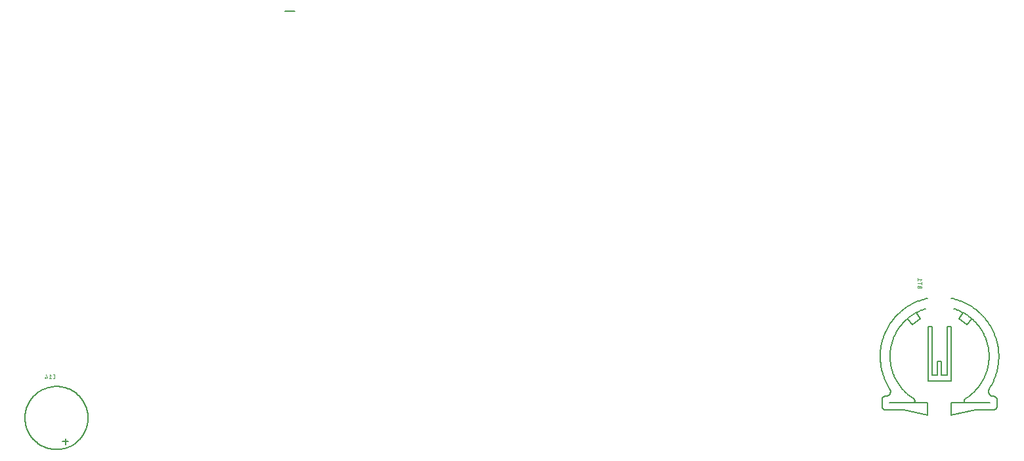
<source format=gbo>
G04 EAGLE Gerber RS-274X export*
G75*
%MOMM*%
%FSLAX34Y34*%
%LPD*%
%INSilkscreen Bottom*%
%IPPOS*%
%AMOC8*
5,1,8,0,0,1.08239X$1,22.5*%
G01*
%ADD10C,0.152400*%
%ADD11C,0.101600*%
%ADD12C,0.200000*%
%ADD13C,0.203200*%


D10*
X250430Y79710D02*
X250430Y87330D01*
X246620Y83520D02*
X254240Y83520D01*
X198360Y114000D02*
X198372Y114997D01*
X198409Y115994D01*
X198470Y116990D01*
X198556Y117983D01*
X198666Y118975D01*
X198800Y119963D01*
X198958Y120948D01*
X199141Y121928D01*
X199347Y122904D01*
X199578Y123875D01*
X199832Y124839D01*
X200110Y125797D01*
X200411Y126748D01*
X200736Y127691D01*
X201083Y128626D01*
X201454Y129552D01*
X201847Y130469D01*
X202262Y131376D01*
X202699Y132272D01*
X203159Y133158D01*
X203640Y134031D01*
X204142Y134893D01*
X204665Y135742D01*
X205209Y136578D01*
X205773Y137401D01*
X206358Y138209D01*
X206962Y139003D01*
X207585Y139782D01*
X208227Y140545D01*
X208888Y141292D01*
X209567Y142023D01*
X210263Y142737D01*
X210977Y143433D01*
X211708Y144112D01*
X212455Y144773D01*
X213218Y145415D01*
X213997Y146038D01*
X214791Y146642D01*
X215599Y147227D01*
X216422Y147791D01*
X217258Y148335D01*
X218107Y148858D01*
X218969Y149360D01*
X219842Y149841D01*
X220728Y150301D01*
X221624Y150738D01*
X222531Y151153D01*
X223448Y151546D01*
X224374Y151917D01*
X225309Y152264D01*
X226252Y152589D01*
X227203Y152890D01*
X228161Y153168D01*
X229125Y153422D01*
X230096Y153653D01*
X231072Y153859D01*
X232052Y154042D01*
X233037Y154200D01*
X234025Y154334D01*
X235017Y154444D01*
X236010Y154530D01*
X237006Y154591D01*
X238003Y154628D01*
X239000Y154640D01*
X239997Y154628D01*
X240994Y154591D01*
X241990Y154530D01*
X242983Y154444D01*
X243975Y154334D01*
X244963Y154200D01*
X245948Y154042D01*
X246928Y153859D01*
X247904Y153653D01*
X248875Y153422D01*
X249839Y153168D01*
X250797Y152890D01*
X251748Y152589D01*
X252691Y152264D01*
X253626Y151917D01*
X254552Y151546D01*
X255469Y151153D01*
X256376Y150738D01*
X257272Y150301D01*
X258158Y149841D01*
X259031Y149360D01*
X259893Y148858D01*
X260742Y148335D01*
X261578Y147791D01*
X262401Y147227D01*
X263209Y146642D01*
X264003Y146038D01*
X264782Y145415D01*
X265545Y144773D01*
X266292Y144112D01*
X267023Y143433D01*
X267737Y142737D01*
X268433Y142023D01*
X269112Y141292D01*
X269773Y140545D01*
X270415Y139782D01*
X271038Y139003D01*
X271642Y138209D01*
X272227Y137401D01*
X272791Y136578D01*
X273335Y135742D01*
X273858Y134893D01*
X274360Y134031D01*
X274841Y133158D01*
X275301Y132272D01*
X275738Y131376D01*
X276153Y130469D01*
X276546Y129552D01*
X276917Y128626D01*
X277264Y127691D01*
X277589Y126748D01*
X277890Y125797D01*
X278168Y124839D01*
X278422Y123875D01*
X278653Y122904D01*
X278859Y121928D01*
X279042Y120948D01*
X279200Y119963D01*
X279334Y118975D01*
X279444Y117983D01*
X279530Y116990D01*
X279591Y115994D01*
X279628Y114997D01*
X279640Y114000D01*
X279628Y113003D01*
X279591Y112006D01*
X279530Y111010D01*
X279444Y110017D01*
X279334Y109025D01*
X279200Y108037D01*
X279042Y107052D01*
X278859Y106072D01*
X278653Y105096D01*
X278422Y104125D01*
X278168Y103161D01*
X277890Y102203D01*
X277589Y101252D01*
X277264Y100309D01*
X276917Y99374D01*
X276546Y98448D01*
X276153Y97531D01*
X275738Y96624D01*
X275301Y95728D01*
X274841Y94842D01*
X274360Y93969D01*
X273858Y93107D01*
X273335Y92258D01*
X272791Y91422D01*
X272227Y90599D01*
X271642Y89791D01*
X271038Y88997D01*
X270415Y88218D01*
X269773Y87455D01*
X269112Y86708D01*
X268433Y85977D01*
X267737Y85263D01*
X267023Y84567D01*
X266292Y83888D01*
X265545Y83227D01*
X264782Y82585D01*
X264003Y81962D01*
X263209Y81358D01*
X262401Y80773D01*
X261578Y80209D01*
X260742Y79665D01*
X259893Y79142D01*
X259031Y78640D01*
X258158Y78159D01*
X257272Y77699D01*
X256376Y77262D01*
X255469Y76847D01*
X254552Y76454D01*
X253626Y76083D01*
X252691Y75736D01*
X251748Y75411D01*
X250797Y75110D01*
X249839Y74832D01*
X248875Y74578D01*
X247904Y74347D01*
X246928Y74141D01*
X245948Y73958D01*
X244963Y73800D01*
X243975Y73666D01*
X242983Y73556D01*
X241990Y73470D01*
X240994Y73409D01*
X239997Y73372D01*
X239000Y73360D01*
X238003Y73372D01*
X237006Y73409D01*
X236010Y73470D01*
X235017Y73556D01*
X234025Y73666D01*
X233037Y73800D01*
X232052Y73958D01*
X231072Y74141D01*
X230096Y74347D01*
X229125Y74578D01*
X228161Y74832D01*
X227203Y75110D01*
X226252Y75411D01*
X225309Y75736D01*
X224374Y76083D01*
X223448Y76454D01*
X222531Y76847D01*
X221624Y77262D01*
X220728Y77699D01*
X219842Y78159D01*
X218969Y78640D01*
X218107Y79142D01*
X217258Y79665D01*
X216422Y80209D01*
X215599Y80773D01*
X214791Y81358D01*
X213997Y81962D01*
X213218Y82585D01*
X212455Y83227D01*
X211708Y83888D01*
X210977Y84567D01*
X210263Y85263D01*
X209567Y85977D01*
X208888Y86708D01*
X208227Y87455D01*
X207585Y88218D01*
X206962Y88997D01*
X206358Y89791D01*
X205773Y90599D01*
X205209Y91422D01*
X204665Y92258D01*
X204142Y93107D01*
X203640Y93969D01*
X203159Y94842D01*
X202699Y95728D01*
X202262Y96624D01*
X201847Y97531D01*
X201454Y98448D01*
X201083Y99374D01*
X200736Y100309D01*
X200411Y101252D01*
X200110Y102203D01*
X199832Y103161D01*
X199578Y104125D01*
X199347Y105096D01*
X199141Y106072D01*
X198958Y107052D01*
X198800Y108037D01*
X198666Y109025D01*
X198556Y110017D01*
X198470Y111010D01*
X198409Y112006D01*
X198372Y113003D01*
X198360Y114000D01*
D11*
X234564Y164748D02*
X235693Y164748D01*
X235759Y164750D01*
X235824Y164756D01*
X235889Y164765D01*
X235953Y164778D01*
X236017Y164795D01*
X236079Y164816D01*
X236140Y164840D01*
X236200Y164868D01*
X236258Y164899D01*
X236313Y164934D01*
X236367Y164971D01*
X236419Y165012D01*
X236468Y165056D01*
X236514Y165102D01*
X236558Y165151D01*
X236599Y165203D01*
X236636Y165257D01*
X236671Y165313D01*
X236702Y165370D01*
X236730Y165430D01*
X236754Y165491D01*
X236775Y165553D01*
X236792Y165617D01*
X236805Y165681D01*
X236814Y165746D01*
X236820Y165811D01*
X236822Y165877D01*
X236822Y168699D01*
X236820Y168765D01*
X236814Y168830D01*
X236805Y168895D01*
X236792Y168959D01*
X236775Y169023D01*
X236754Y169085D01*
X236730Y169146D01*
X236702Y169206D01*
X236671Y169264D01*
X236636Y169319D01*
X236599Y169373D01*
X236558Y169425D01*
X236514Y169474D01*
X236468Y169520D01*
X236419Y169564D01*
X236367Y169605D01*
X236313Y169642D01*
X236258Y169677D01*
X236200Y169708D01*
X236140Y169736D01*
X236079Y169760D01*
X236017Y169781D01*
X235953Y169798D01*
X235889Y169811D01*
X235824Y169820D01*
X235759Y169826D01*
X235693Y169828D01*
X234564Y169828D01*
X232226Y168699D02*
X230814Y169828D01*
X230814Y164748D01*
X229403Y164748D02*
X232226Y164748D01*
X226739Y165877D02*
X225610Y169828D01*
X226739Y165877D02*
X223917Y165877D01*
X224764Y167006D02*
X224764Y164748D01*
D12*
X1393375Y268375D02*
X1395188Y267979D01*
X1396992Y267540D01*
X1398785Y267057D01*
X1400565Y266530D01*
X1402332Y265961D01*
X1404084Y265349D01*
X1405822Y264694D01*
X1407542Y263997D01*
X1409246Y263259D01*
X1410931Y262480D01*
X1412596Y261660D01*
X1414242Y260800D01*
X1415865Y259900D01*
X1417467Y258962D01*
X1419045Y257984D01*
X1420599Y256969D01*
X1422128Y255916D01*
X1423631Y254826D01*
X1425107Y253700D01*
X1426556Y252539D01*
X1427975Y251343D01*
X1429366Y250112D01*
X1430726Y248849D01*
X1432055Y247553D01*
X1433352Y246224D01*
X1434616Y244865D01*
X1435847Y243476D01*
X1437044Y242057D01*
X1438207Y240609D01*
X1439333Y239134D01*
X1440424Y237631D01*
X1441478Y236103D01*
X1442494Y234550D01*
X1443473Y232972D01*
X1444413Y231371D01*
X1445313Y229748D01*
X1446175Y228103D01*
X1446995Y226438D01*
X1447776Y224754D01*
X1448515Y223051D01*
X1449212Y221330D01*
X1449868Y219593D01*
X1450481Y217841D01*
X1451052Y216075D01*
X1451580Y214295D01*
X1452064Y212503D01*
X1452504Y210699D01*
X1452901Y208886D01*
X1453254Y207063D01*
X1453562Y205232D01*
X1453826Y203395D01*
X1454045Y201551D01*
X1454219Y199703D01*
X1454348Y197851D01*
X1454433Y195996D01*
X1454472Y194140D01*
X1454466Y192284D01*
X1454415Y190428D01*
X1454320Y188574D01*
X1454179Y186723D01*
X1453993Y184876D01*
X1453763Y183034D01*
X1453488Y181198D01*
X1453168Y179369D01*
X1452804Y177549D01*
X1452396Y175738D01*
X1451945Y173937D01*
X1451449Y172148D01*
X1450911Y170371D01*
X1450329Y168608D01*
X1449705Y166860D01*
X1449039Y165127D01*
X1448330Y163411D01*
X1447581Y161713D01*
X1446790Y160033D01*
X1445959Y158373D01*
X1445087Y156734D01*
X1444177Y155116D01*
X1443227Y153521D01*
X1442239Y151950D01*
X1313761Y151949D02*
X1312770Y153520D01*
X1311817Y155115D01*
X1310903Y156732D01*
X1310028Y158371D01*
X1309194Y160031D01*
X1308400Y161710D01*
X1307648Y163408D01*
X1306937Y165124D01*
X1306268Y166857D01*
X1305641Y168606D01*
X1305057Y170369D01*
X1304516Y172146D01*
X1304018Y173936D01*
X1303564Y175737D01*
X1303154Y177549D01*
X1302788Y179370D01*
X1302466Y181199D01*
X1302189Y183036D01*
X1301957Y184879D01*
X1301770Y186727D01*
X1301627Y188579D01*
X1301530Y190434D01*
X1301478Y192291D01*
X1301471Y194148D01*
X1301509Y196006D01*
X1301592Y197861D01*
X1301720Y199714D01*
X1301894Y201564D01*
X1302112Y203409D01*
X1302375Y205247D01*
X1302683Y207079D01*
X1303035Y208903D01*
X1303431Y210718D01*
X1303871Y212522D01*
X1304356Y214316D01*
X1304883Y216097D01*
X1305454Y217865D01*
X1306067Y219618D01*
X1306723Y221356D01*
X1307421Y223077D01*
X1308161Y224781D01*
X1308942Y226467D01*
X1309763Y228133D01*
X1310625Y229778D01*
X1311527Y231402D01*
X1312468Y233004D01*
X1313447Y234582D01*
X1314465Y236136D01*
X1315520Y237665D01*
X1316611Y239168D01*
X1317740Y240644D01*
X1318903Y242091D01*
X1320102Y243511D01*
X1321334Y244900D01*
X1322600Y246259D01*
X1323899Y247588D01*
X1325230Y248884D01*
X1326592Y250147D01*
X1327984Y251377D01*
X1329405Y252573D01*
X1330855Y253733D01*
X1332333Y254858D01*
X1333838Y255947D01*
X1335369Y256999D01*
X1336925Y258014D01*
X1338506Y258990D01*
X1340109Y259928D01*
X1341735Y260826D01*
X1343382Y261685D01*
X1345050Y262503D01*
X1346737Y263280D01*
X1348442Y264017D01*
X1350165Y264711D01*
X1351904Y265364D01*
X1353659Y265974D01*
X1355428Y266541D01*
X1357210Y267065D01*
X1359004Y267545D01*
X1360810Y267982D01*
X1362625Y268375D01*
X1442239Y151950D02*
X1442154Y151815D01*
X1442072Y151678D01*
X1441994Y151539D01*
X1441920Y151399D01*
X1441849Y151256D01*
X1441781Y151112D01*
X1441717Y150966D01*
X1441657Y150818D01*
X1441600Y150669D01*
X1441547Y150519D01*
X1441498Y150368D01*
X1441452Y150215D01*
X1441410Y150061D01*
X1441372Y149907D01*
X1441338Y149751D01*
X1441308Y149595D01*
X1441281Y149437D01*
X1441259Y149280D01*
X1441240Y149121D01*
X1441225Y148963D01*
X1441214Y148804D01*
X1441207Y148645D01*
X1441204Y148485D01*
X1441205Y148326D01*
X1441210Y148167D01*
X1441219Y148008D01*
X1441231Y147849D01*
X1441248Y147690D01*
X1441268Y147532D01*
X1441292Y147375D01*
X1441321Y147218D01*
X1441353Y147062D01*
X1441389Y146907D01*
X1441428Y146752D01*
X1441472Y146599D01*
X1441519Y146447D01*
X1441570Y146296D01*
X1441625Y146146D01*
X1441683Y145998D01*
X1441745Y145851D01*
X1441811Y145706D01*
X1441880Y145562D01*
X1441952Y145421D01*
X1442029Y145281D01*
X1442108Y145143D01*
X1442191Y145007D01*
X1442277Y144873D01*
X1442367Y144741D01*
X1442460Y144611D01*
X1442556Y144484D01*
X1442655Y144359D01*
X1442757Y144237D01*
X1442862Y144117D01*
X1442970Y144000D01*
X1443081Y143885D01*
X1443194Y143774D01*
X1443310Y143665D01*
X1443429Y143559D01*
X1443551Y143456D01*
X1443675Y143356D01*
X1443802Y143259D01*
X1443930Y143165D01*
X1444061Y143075D01*
X1444195Y142987D01*
X1444330Y142903D01*
X1444468Y142823D01*
X1444607Y142745D01*
X1444748Y142672D01*
X1444891Y142601D01*
X1445036Y142535D01*
X1445182Y142471D01*
X1445330Y142412D01*
X1445479Y142356D01*
X1445630Y142304D01*
X1445782Y142255D01*
X1445934Y142211D01*
X1446088Y142170D01*
X1446243Y142133D01*
X1446399Y142099D01*
X1446556Y142070D01*
X1446713Y142044D01*
X1446871Y142023D01*
X1447029Y142005D01*
X1447188Y141991D01*
X1447347Y141981D01*
X1447506Y141975D01*
X1447666Y141973D01*
X1447825Y141975D01*
X1447953Y141976D01*
X1448082Y141973D01*
X1448210Y141967D01*
X1448338Y141956D01*
X1448466Y141942D01*
X1448593Y141924D01*
X1448720Y141902D01*
X1448846Y141876D01*
X1448971Y141847D01*
X1449095Y141814D01*
X1449218Y141777D01*
X1449340Y141736D01*
X1449461Y141692D01*
X1449580Y141644D01*
X1449698Y141593D01*
X1449814Y141538D01*
X1449929Y141480D01*
X1450041Y141418D01*
X1450152Y141353D01*
X1450261Y141285D01*
X1450368Y141213D01*
X1450472Y141138D01*
X1450574Y141061D01*
X1450674Y140980D01*
X1450772Y140896D01*
X1450867Y140809D01*
X1450959Y140720D01*
X1451048Y140628D01*
X1451135Y140533D01*
X1451219Y140435D01*
X1451300Y140335D01*
X1451377Y140233D01*
X1451452Y140129D01*
X1451524Y140022D01*
X1451592Y139913D01*
X1451657Y139802D01*
X1451719Y139690D01*
X1451777Y139575D01*
X1451832Y139459D01*
X1451883Y139341D01*
X1451931Y139222D01*
X1451975Y139101D01*
X1452016Y138979D01*
X1452053Y138856D01*
X1452086Y138732D01*
X1452115Y138607D01*
X1452141Y138481D01*
X1452163Y138354D01*
X1452181Y138227D01*
X1452195Y138099D01*
X1452206Y137971D01*
X1452212Y137843D01*
X1452215Y137714D01*
X1452214Y137586D01*
X1452214Y129606D01*
X1452212Y129463D01*
X1452206Y129321D01*
X1452196Y129179D01*
X1452183Y129037D01*
X1452165Y128895D01*
X1452144Y128754D01*
X1452119Y128614D01*
X1452089Y128474D01*
X1452056Y128336D01*
X1452020Y128198D01*
X1451979Y128061D01*
X1451935Y127926D01*
X1451887Y127791D01*
X1451836Y127659D01*
X1451780Y127527D01*
X1451722Y127397D01*
X1451659Y127269D01*
X1451594Y127142D01*
X1451524Y127018D01*
X1451452Y126895D01*
X1451376Y126774D01*
X1451296Y126656D01*
X1451214Y126540D01*
X1451128Y126426D01*
X1451040Y126314D01*
X1450948Y126205D01*
X1450853Y126098D01*
X1450756Y125994D01*
X1450655Y125893D01*
X1450552Y125795D01*
X1450446Y125699D01*
X1450338Y125607D01*
X1450227Y125517D01*
X1450114Y125430D01*
X1449998Y125347D01*
X1449880Y125267D01*
X1449760Y125190D01*
X1449638Y125116D01*
X1449514Y125046D01*
X1449388Y124979D01*
X1449260Y124916D01*
X1449131Y124856D01*
X1449000Y124800D01*
X1448867Y124747D01*
X1448734Y124698D01*
X1448598Y124653D01*
X1448462Y124611D01*
X1448325Y124573D01*
X1448186Y124539D01*
X1448047Y124509D01*
X1447907Y124482D01*
X1447766Y124460D01*
X1447625Y124441D01*
X1447483Y124426D01*
X1447341Y124415D01*
X1447198Y124408D01*
X1447056Y124405D01*
X1446913Y124406D01*
X1446771Y124411D01*
X1446628Y124419D01*
X1423885Y124419D01*
X1393215Y117636D01*
X1393215Y133596D01*
X1313761Y151950D02*
X1313846Y151815D01*
X1313928Y151678D01*
X1314006Y151539D01*
X1314080Y151399D01*
X1314151Y151256D01*
X1314219Y151112D01*
X1314283Y150966D01*
X1314343Y150818D01*
X1314400Y150669D01*
X1314453Y150519D01*
X1314502Y150368D01*
X1314548Y150215D01*
X1314590Y150061D01*
X1314628Y149907D01*
X1314662Y149751D01*
X1314692Y149595D01*
X1314719Y149437D01*
X1314741Y149280D01*
X1314760Y149121D01*
X1314775Y148963D01*
X1314786Y148804D01*
X1314793Y148645D01*
X1314796Y148485D01*
X1314795Y148326D01*
X1314790Y148167D01*
X1314781Y148008D01*
X1314769Y147849D01*
X1314752Y147690D01*
X1314732Y147532D01*
X1314708Y147375D01*
X1314679Y147218D01*
X1314647Y147062D01*
X1314611Y146907D01*
X1314572Y146752D01*
X1314528Y146599D01*
X1314481Y146447D01*
X1314430Y146296D01*
X1314375Y146146D01*
X1314317Y145998D01*
X1314255Y145851D01*
X1314189Y145706D01*
X1314120Y145562D01*
X1314048Y145421D01*
X1313971Y145281D01*
X1313892Y145143D01*
X1313809Y145007D01*
X1313723Y144873D01*
X1313633Y144741D01*
X1313540Y144611D01*
X1313444Y144484D01*
X1313345Y144359D01*
X1313243Y144237D01*
X1313138Y144117D01*
X1313030Y144000D01*
X1312919Y143885D01*
X1312806Y143774D01*
X1312690Y143665D01*
X1312571Y143559D01*
X1312449Y143456D01*
X1312325Y143356D01*
X1312198Y143259D01*
X1312070Y143165D01*
X1311939Y143075D01*
X1311805Y142987D01*
X1311670Y142903D01*
X1311532Y142823D01*
X1311393Y142745D01*
X1311252Y142672D01*
X1311109Y142601D01*
X1310964Y142535D01*
X1310818Y142471D01*
X1310670Y142412D01*
X1310521Y142356D01*
X1310370Y142304D01*
X1310218Y142255D01*
X1310066Y142211D01*
X1309912Y142170D01*
X1309757Y142133D01*
X1309601Y142099D01*
X1309444Y142070D01*
X1309287Y142044D01*
X1309129Y142023D01*
X1308971Y142005D01*
X1308812Y141991D01*
X1308653Y141981D01*
X1308494Y141975D01*
X1308334Y141973D01*
X1308175Y141975D01*
X1308047Y141976D01*
X1307918Y141973D01*
X1307790Y141967D01*
X1307662Y141956D01*
X1307534Y141942D01*
X1307407Y141924D01*
X1307280Y141902D01*
X1307154Y141876D01*
X1307029Y141847D01*
X1306905Y141814D01*
X1306782Y141777D01*
X1306660Y141736D01*
X1306539Y141692D01*
X1306420Y141644D01*
X1306302Y141593D01*
X1306186Y141538D01*
X1306071Y141480D01*
X1305959Y141418D01*
X1305848Y141353D01*
X1305739Y141285D01*
X1305632Y141213D01*
X1305528Y141138D01*
X1305426Y141061D01*
X1305326Y140980D01*
X1305228Y140896D01*
X1305133Y140809D01*
X1305041Y140720D01*
X1304952Y140628D01*
X1304865Y140533D01*
X1304781Y140435D01*
X1304700Y140335D01*
X1304623Y140233D01*
X1304548Y140129D01*
X1304476Y140022D01*
X1304408Y139913D01*
X1304343Y139802D01*
X1304281Y139690D01*
X1304223Y139575D01*
X1304168Y139459D01*
X1304117Y139341D01*
X1304069Y139222D01*
X1304025Y139101D01*
X1303984Y138979D01*
X1303947Y138856D01*
X1303914Y138732D01*
X1303885Y138607D01*
X1303859Y138481D01*
X1303837Y138354D01*
X1303819Y138227D01*
X1303805Y138099D01*
X1303794Y137971D01*
X1303788Y137843D01*
X1303785Y137714D01*
X1303786Y137586D01*
X1303786Y129606D01*
X1303788Y129463D01*
X1303794Y129321D01*
X1303804Y129179D01*
X1303817Y129037D01*
X1303835Y128895D01*
X1303856Y128754D01*
X1303881Y128614D01*
X1303911Y128474D01*
X1303944Y128336D01*
X1303980Y128198D01*
X1304021Y128061D01*
X1304065Y127926D01*
X1304113Y127791D01*
X1304164Y127659D01*
X1304220Y127527D01*
X1304278Y127397D01*
X1304341Y127269D01*
X1304406Y127142D01*
X1304476Y127018D01*
X1304548Y126895D01*
X1304624Y126774D01*
X1304704Y126656D01*
X1304786Y126540D01*
X1304872Y126426D01*
X1304960Y126314D01*
X1305052Y126205D01*
X1305147Y126098D01*
X1305244Y125994D01*
X1305345Y125893D01*
X1305448Y125795D01*
X1305554Y125699D01*
X1305662Y125607D01*
X1305773Y125517D01*
X1305886Y125430D01*
X1306002Y125347D01*
X1306120Y125267D01*
X1306240Y125190D01*
X1306362Y125116D01*
X1306486Y125046D01*
X1306612Y124979D01*
X1306740Y124916D01*
X1306869Y124856D01*
X1307000Y124800D01*
X1307133Y124747D01*
X1307266Y124698D01*
X1307402Y124653D01*
X1307538Y124611D01*
X1307675Y124573D01*
X1307814Y124539D01*
X1307953Y124509D01*
X1308093Y124482D01*
X1308234Y124460D01*
X1308375Y124441D01*
X1308517Y124426D01*
X1308659Y124415D01*
X1308802Y124408D01*
X1308944Y124405D01*
X1309087Y124406D01*
X1309229Y124411D01*
X1309372Y124419D01*
X1332115Y124419D01*
X1362785Y117636D01*
X1362785Y133596D01*
X1411117Y138783D02*
X1412446Y139617D01*
X1413754Y140482D01*
X1415040Y141379D01*
X1416304Y142308D01*
X1417545Y143267D01*
X1418762Y144256D01*
X1419955Y145274D01*
X1421122Y146322D01*
X1422263Y147397D01*
X1423378Y148500D01*
X1424465Y149631D01*
X1425525Y150787D01*
X1426556Y151969D01*
X1427557Y153176D01*
X1428529Y154407D01*
X1429471Y155661D01*
X1430381Y156938D01*
X1431260Y158237D01*
X1432107Y159557D01*
X1432921Y160897D01*
X1433703Y162257D01*
X1434451Y163635D01*
X1435165Y165032D01*
X1435844Y166445D01*
X1436489Y167875D01*
X1437099Y169320D01*
X1437673Y170779D01*
X1438212Y172252D01*
X1438714Y173738D01*
X1439180Y175235D01*
X1439608Y176744D01*
X1440000Y178262D01*
X1440355Y179790D01*
X1440672Y181326D01*
X1440952Y182869D01*
X1441194Y184419D01*
X1441397Y185974D01*
X1441563Y187533D01*
X1441691Y189096D01*
X1441780Y190662D01*
X1441831Y192230D01*
X1441843Y193798D01*
X1441818Y195366D01*
X1441754Y196933D01*
X1441651Y198498D01*
X1441511Y200060D01*
X1441332Y201618D01*
X1441115Y203172D01*
X1440860Y204719D01*
X1440568Y206260D01*
X1440238Y207793D01*
X1439870Y209318D01*
X1439465Y210833D01*
X1439024Y212338D01*
X1438546Y213831D01*
X1438031Y215313D01*
X1437480Y216781D01*
X1436894Y218236D01*
X1436272Y219676D01*
X1435615Y221100D01*
X1434924Y222507D01*
X1434198Y223898D01*
X1433439Y225270D01*
X1432646Y226623D01*
X1431820Y227956D01*
X1430962Y229269D01*
X1430072Y230561D01*
X1429151Y231830D01*
X1428199Y233076D01*
X1427217Y234299D01*
X1426205Y235497D01*
X1425165Y236671D01*
X1424095Y237818D01*
X1422999Y238939D01*
X1421875Y240033D01*
X1420724Y241099D01*
X1419548Y242136D01*
X1418347Y243145D01*
X1417122Y244124D01*
X1415873Y245072D01*
X1414601Y245990D01*
X1413307Y246876D01*
X1411992Y247731D01*
X1410656Y248553D01*
X1409301Y249342D01*
X1407927Y250098D01*
X1406535Y250820D01*
X1405125Y251507D01*
X1403699Y252160D01*
X1402258Y252778D01*
X1400802Y253361D01*
X1399332Y253908D01*
X1397849Y254418D01*
X1396354Y254893D01*
X1360045Y254893D02*
X1358559Y254434D01*
X1357084Y253939D01*
X1355622Y253409D01*
X1354173Y252843D01*
X1352738Y252243D01*
X1351319Y251607D01*
X1349915Y250938D01*
X1348528Y250234D01*
X1347158Y249497D01*
X1345807Y248727D01*
X1344475Y247924D01*
X1343162Y247089D01*
X1341871Y246223D01*
X1340600Y245325D01*
X1339352Y244397D01*
X1338127Y243439D01*
X1336926Y242452D01*
X1335748Y241435D01*
X1334596Y240390D01*
X1333470Y239318D01*
X1332370Y238218D01*
X1331297Y237092D01*
X1330251Y235941D01*
X1329234Y234764D01*
X1328246Y233563D01*
X1327287Y232338D01*
X1326358Y231091D01*
X1325460Y229821D01*
X1324593Y228530D01*
X1323758Y227218D01*
X1322954Y225886D01*
X1322184Y224535D01*
X1321446Y223166D01*
X1320742Y221779D01*
X1320071Y220375D01*
X1319435Y218956D01*
X1318834Y217522D01*
X1318267Y216073D01*
X1317736Y214611D01*
X1317241Y213137D01*
X1316781Y211651D01*
X1316358Y210154D01*
X1315972Y208648D01*
X1315621Y207132D01*
X1315308Y205609D01*
X1315032Y204078D01*
X1314793Y202541D01*
X1314592Y200999D01*
X1314428Y199452D01*
X1314302Y197902D01*
X1314213Y196349D01*
X1314163Y194795D01*
X1314149Y193240D01*
X1314174Y191684D01*
X1314237Y190130D01*
X1314337Y188578D01*
X1314475Y187029D01*
X1314650Y185484D01*
X1314863Y183943D01*
X1315113Y182408D01*
X1315401Y180879D01*
X1315725Y179358D01*
X1316087Y177845D01*
X1316485Y176342D01*
X1316919Y174848D01*
X1317390Y173366D01*
X1317896Y171895D01*
X1318438Y170437D01*
X1319015Y168993D01*
X1319627Y167563D01*
X1320274Y166149D01*
X1320955Y164750D01*
X1321669Y163369D01*
X1322417Y162005D01*
X1323198Y160660D01*
X1324012Y159334D01*
X1324857Y158029D01*
X1325733Y156744D01*
X1326641Y155481D01*
X1327579Y154240D01*
X1328547Y153023D01*
X1329544Y151829D01*
X1330570Y150660D01*
X1331624Y149516D01*
X1332705Y148398D01*
X1333814Y147307D01*
X1334948Y146243D01*
X1336108Y145207D01*
X1337293Y144199D01*
X1338502Y143221D01*
X1339734Y142272D01*
X1340989Y141353D01*
X1342266Y140465D01*
X1343564Y139608D01*
X1344883Y138783D01*
X1362785Y133596D02*
X1313000Y133596D01*
X1393215Y133596D02*
X1443000Y133596D01*
X1413125Y133625D02*
X1413022Y133607D01*
X1412918Y133592D01*
X1412814Y133582D01*
X1412710Y133575D01*
X1412606Y133572D01*
X1412501Y133573D01*
X1412397Y133578D01*
X1412292Y133587D01*
X1412189Y133599D01*
X1412086Y133616D01*
X1411983Y133636D01*
X1411881Y133660D01*
X1411781Y133688D01*
X1411681Y133720D01*
X1411583Y133755D01*
X1411486Y133794D01*
X1411390Y133837D01*
X1411296Y133883D01*
X1411204Y133932D01*
X1411114Y133985D01*
X1411026Y134041D01*
X1410940Y134101D01*
X1410856Y134163D01*
X1410775Y134229D01*
X1410696Y134297D01*
X1410620Y134369D01*
X1410547Y134443D01*
X1410476Y134520D01*
X1410408Y134600D01*
X1410343Y134682D01*
X1410282Y134766D01*
X1410223Y134853D01*
X1410168Y134941D01*
X1410116Y135032D01*
X1410067Y135125D01*
X1410022Y135219D01*
X1409981Y135315D01*
X1409943Y135412D01*
X1409909Y135511D01*
X1409878Y135611D01*
X1409851Y135712D01*
X1409828Y135814D01*
X1409809Y135916D01*
X1409794Y136020D01*
X1409782Y136124D01*
X1409774Y136228D01*
X1409770Y136332D01*
X1409771Y136437D01*
X1409774Y136541D01*
X1409782Y136645D01*
X1409794Y136749D01*
X1409809Y136853D01*
X1409829Y136955D01*
X1409852Y137057D01*
X1409879Y137158D01*
X1409910Y137258D01*
X1409944Y137357D01*
X1409982Y137454D01*
X1410024Y137550D01*
X1410069Y137644D01*
X1410117Y137737D01*
X1410169Y137827D01*
X1410225Y137916D01*
X1410283Y138002D01*
X1410345Y138087D01*
X1410410Y138169D01*
X1410478Y138248D01*
X1410549Y138325D01*
X1410622Y138399D01*
X1410699Y138471D01*
X1410777Y138539D01*
X1410859Y138605D01*
X1410943Y138667D01*
X1411029Y138726D01*
X1411117Y138783D01*
X1344883Y138784D02*
X1344971Y138728D01*
X1345057Y138669D01*
X1345140Y138607D01*
X1345221Y138542D01*
X1345300Y138474D01*
X1345376Y138403D01*
X1345449Y138329D01*
X1345519Y138253D01*
X1345587Y138174D01*
X1345652Y138092D01*
X1345713Y138008D01*
X1345772Y137922D01*
X1345827Y137834D01*
X1345879Y137744D01*
X1345927Y137652D01*
X1345972Y137559D01*
X1346014Y137463D01*
X1346052Y137367D01*
X1346086Y137268D01*
X1346117Y137169D01*
X1346144Y137069D01*
X1346167Y136967D01*
X1346187Y136865D01*
X1346202Y136762D01*
X1346214Y136659D01*
X1346222Y136555D01*
X1346226Y136452D01*
X1346227Y136348D01*
X1346223Y136244D01*
X1346216Y136140D01*
X1346204Y136037D01*
X1346189Y135934D01*
X1346170Y135832D01*
X1346148Y135730D01*
X1346121Y135630D01*
X1346091Y135530D01*
X1346057Y135432D01*
X1346020Y135335D01*
X1345979Y135239D01*
X1345934Y135145D01*
X1345886Y135053D01*
X1345835Y134963D01*
X1345780Y134874D01*
X1345722Y134788D01*
X1345661Y134704D01*
X1345597Y134622D01*
X1345530Y134543D01*
X1345459Y134466D01*
X1345387Y134392D01*
X1345311Y134321D01*
X1345233Y134252D01*
X1345152Y134187D01*
X1345069Y134124D01*
X1344984Y134065D01*
X1344896Y134008D01*
X1344807Y133956D01*
X1344715Y133906D01*
X1344622Y133860D01*
X1344527Y133817D01*
X1344431Y133778D01*
X1344333Y133743D01*
X1344234Y133711D01*
X1344134Y133683D01*
X1344033Y133658D01*
X1343931Y133638D01*
X1343829Y133621D01*
X1343725Y133608D01*
X1343622Y133599D01*
X1343518Y133593D01*
X1343414Y133592D01*
X1343310Y133594D01*
X1343206Y133601D01*
X1343103Y133611D01*
X1343000Y133625D01*
X1403000Y242000D02*
X1408000Y249500D01*
X1403000Y242000D02*
X1413000Y234500D01*
X1419250Y240875D01*
X1353000Y242000D02*
X1348000Y249500D01*
X1353000Y242000D02*
X1343000Y234500D01*
X1336750Y240875D01*
X1393000Y232000D02*
X1393000Y162000D01*
X1363000Y162000D01*
X1363000Y232000D01*
X1368000Y232000D01*
X1368000Y169500D01*
X1375500Y169500D01*
X1375500Y187000D01*
X1380500Y187000D01*
X1380500Y169500D01*
X1388000Y169500D01*
X1388000Y232000D01*
X1393000Y232000D01*
D11*
X1352330Y281508D02*
X1352330Y282919D01*
X1352328Y282993D01*
X1352322Y283066D01*
X1352313Y283140D01*
X1352299Y283212D01*
X1352282Y283284D01*
X1352261Y283355D01*
X1352236Y283425D01*
X1352208Y283493D01*
X1352176Y283560D01*
X1352141Y283625D01*
X1352102Y283687D01*
X1352061Y283748D01*
X1352016Y283807D01*
X1351968Y283863D01*
X1351917Y283917D01*
X1351863Y283968D01*
X1351807Y284016D01*
X1351748Y284061D01*
X1351687Y284102D01*
X1351625Y284141D01*
X1351560Y284176D01*
X1351493Y284208D01*
X1351425Y284236D01*
X1351355Y284261D01*
X1351284Y284282D01*
X1351212Y284299D01*
X1351140Y284313D01*
X1351066Y284322D01*
X1350993Y284328D01*
X1350919Y284330D01*
X1350845Y284328D01*
X1350772Y284322D01*
X1350698Y284313D01*
X1350626Y284299D01*
X1350554Y284282D01*
X1350483Y284261D01*
X1350413Y284236D01*
X1350345Y284208D01*
X1350278Y284176D01*
X1350214Y284141D01*
X1350151Y284102D01*
X1350090Y284061D01*
X1350031Y284016D01*
X1349975Y283968D01*
X1349921Y283917D01*
X1349870Y283863D01*
X1349822Y283807D01*
X1349777Y283748D01*
X1349736Y283687D01*
X1349697Y283625D01*
X1349662Y283560D01*
X1349630Y283493D01*
X1349602Y283425D01*
X1349577Y283355D01*
X1349556Y283284D01*
X1349539Y283212D01*
X1349525Y283140D01*
X1349516Y283066D01*
X1349510Y282993D01*
X1349508Y282919D01*
X1349508Y281508D01*
X1354588Y281508D01*
X1354588Y282919D01*
X1354586Y282985D01*
X1354580Y283050D01*
X1354571Y283115D01*
X1354558Y283179D01*
X1354541Y283243D01*
X1354520Y283305D01*
X1354496Y283366D01*
X1354468Y283426D01*
X1354437Y283484D01*
X1354402Y283539D01*
X1354365Y283593D01*
X1354324Y283645D01*
X1354280Y283694D01*
X1354234Y283740D01*
X1354185Y283784D01*
X1354133Y283825D01*
X1354079Y283862D01*
X1354024Y283897D01*
X1353966Y283928D01*
X1353906Y283956D01*
X1353845Y283980D01*
X1353783Y284001D01*
X1353719Y284018D01*
X1353655Y284031D01*
X1353590Y284040D01*
X1353525Y284046D01*
X1353459Y284048D01*
X1353393Y284046D01*
X1353328Y284040D01*
X1353263Y284031D01*
X1353199Y284018D01*
X1353135Y284001D01*
X1353073Y283980D01*
X1353012Y283956D01*
X1352952Y283928D01*
X1352895Y283897D01*
X1352839Y283862D01*
X1352785Y283825D01*
X1352733Y283784D01*
X1352684Y283740D01*
X1352638Y283694D01*
X1352594Y283645D01*
X1352553Y283593D01*
X1352516Y283539D01*
X1352481Y283484D01*
X1352450Y283426D01*
X1352422Y283366D01*
X1352398Y283305D01*
X1352377Y283243D01*
X1352360Y283179D01*
X1352347Y283115D01*
X1352338Y283050D01*
X1352332Y282985D01*
X1352330Y282919D01*
X1354588Y287732D02*
X1349508Y287732D01*
X1354588Y286320D02*
X1354588Y289143D01*
X1353459Y291441D02*
X1354588Y292852D01*
X1349508Y292852D01*
X1349508Y291441D02*
X1349508Y294263D01*
D13*
X546350Y638950D02*
X533650Y638950D01*
M02*

</source>
